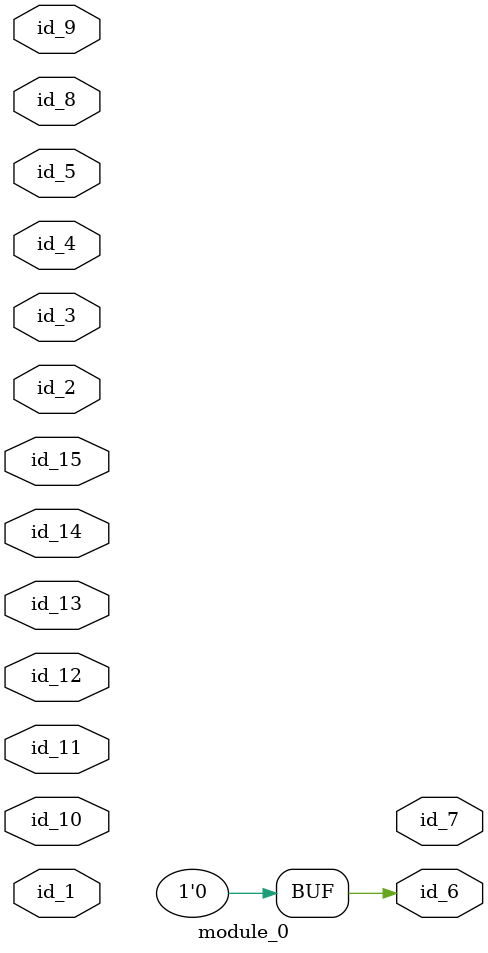
<source format=v>
`define pp_15 0
module module_0 (
    id_1,
    id_2,
    id_3,
    id_4,
    id_5,
    id_6,
    id_7,
    id_8,
    id_9,
    id_10,
    id_11,
    id_12,
    id_13,
    id_14,
    id_15
);
  inout id_15;
  inout id_14;
  inout id_13;
  inout id_12;
  inout id_11;
  input id_10;
  inout id_9;
  inout id_8;
  output id_7;
  output id_6;
  input id_5;
  input id_4;
  input id_3;
  inout id_2;
  input id_1;
  assign id_6 = 1'b0;
endmodule

</source>
